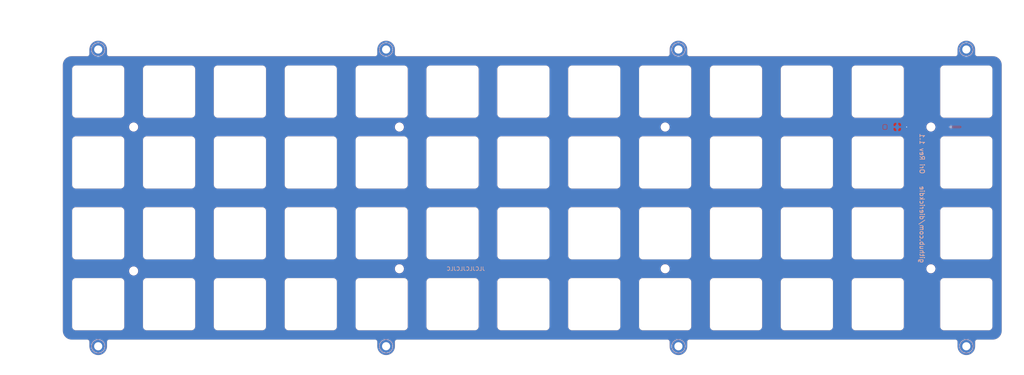
<source format=kicad_pcb>
(kicad_pcb (version 20171130) (host pcbnew "(5.1.10-1-10_14)")
  (layers (0 F.Cu signal) (31 B.Cu signal) (34 B.Paste user) (35 F.Paste user) (36 B.SilkS user) (37 F.SilkS user) (38 B.Mask user) (39 F.Mask user) (44 Edge.Cuts user))
  (net 0 "")
  (net 1 GND)
  (net 2 GND1)
  (net 3 "Net-(D2-Pad1)")
  (module Keeb_footprints:MX100_cutout_plated (layer F.Cu) (at 308.37317 107.1567)
    (fp_text reference U45)
    (fp_text value HOLE)
    (fp_line (start -6 7) (end 6 7) (layer Edge.Cuts) (width 0.05))
    (fp_line (start 7 -6) (end 7 6) (layer Edge.Cuts) (width 0.05))
    (fp_line (start -6 -7) (end 6 -7) (layer Edge.Cuts) (width 0.05))
    (fp_line (start -7 6) (end -7 -6) (layer Edge.Cuts) (width 0.05))
    (fp_arc (start -6 -6) (end -6 -7) (angle -90) (layer Edge.Cuts) (width 0.05))
    (fp_arc (start 6 6) (end 6 7) (angle -90) (layer Edge.Cuts) (width 0.05))
    (fp_arc (start 6 -6) (end 7 -6) (angle -90) (layer Edge.Cuts) (width 0.05))
    (fp_arc (start -6 6) (end -7 6) (angle -90) (layer Edge.Cuts) (width 0.05))
  )
  (module Keeb_footprints:MX100_cutout_plated (layer F.Cu) (at 155.97253 50.00646)
    (fp_text reference U1)
    (fp_text value HOLE)
    (fp_line (start -6 7) (end 6 7) (layer Edge.Cuts) (width 0.05))
    (fp_line (start 7 -6) (end 7 6) (layer Edge.Cuts) (width 0.05))
    (fp_line (start -6 -7) (end 6 -7) (layer Edge.Cuts) (width 0.05))
    (fp_line (start -7 6) (end -7 -6) (layer Edge.Cuts) (width 0.05))
    (fp_arc (start -6 -6) (end -6 -7) (angle -90) (layer Edge.Cuts) (width 0.05))
    (fp_arc (start 6 6) (end 6 7) (angle -90) (layer Edge.Cuts) (width 0.05))
    (fp_arc (start 6 -6) (end 7 -6) (angle -90) (layer Edge.Cuts) (width 0.05))
    (fp_arc (start -6 6) (end -7 6) (angle -90) (layer Edge.Cuts) (width 0.05))
  )
  (module Keeb_footprints:MX100_cutout_plated (layer F.Cu) (at 389.33601 107.1567)
    (fp_text reference U52)
    (fp_text value HOLE)
    (fp_line (start -6 7) (end 6 7) (layer Edge.Cuts) (width 0.05))
    (fp_line (start 7 -6) (end 7 6) (layer Edge.Cuts) (width 0.05))
    (fp_line (start -6 -7) (end 6 -7) (layer Edge.Cuts) (width 0.05))
    (fp_line (start -7 6) (end -7 -6) (layer Edge.Cuts) (width 0.05))
    (fp_arc (start -6 -6) (end -6 -7) (angle -90) (layer Edge.Cuts) (width 0.05))
    (fp_arc (start 6 6) (end 6 7) (angle -90) (layer Edge.Cuts) (width 0.05))
    (fp_arc (start 6 -6) (end 7 -6) (angle -90) (layer Edge.Cuts) (width 0.05))
    (fp_arc (start -6 6) (end -7 6) (angle -90) (layer Edge.Cuts) (width 0.05))
  )
  (module Keeb_footprints:MX100_cutout_plated (layer F.Cu) (at 389.33589 88.106428)
    (fp_text reference U51)
    (fp_text value HOLE)
    (fp_line (start -6 7) (end 6 7) (layer Edge.Cuts) (width 0.05))
    (fp_line (start 7 -6) (end 7 6) (layer Edge.Cuts) (width 0.05))
    (fp_line (start -6 -7) (end 6 -7) (layer Edge.Cuts) (width 0.05))
    (fp_line (start -7 6) (end -7 -6) (layer Edge.Cuts) (width 0.05))
    (fp_arc (start -6 -6) (end -6 -7) (angle -90) (layer Edge.Cuts) (width 0.05))
    (fp_arc (start 6 6) (end 6 7) (angle -90) (layer Edge.Cuts) (width 0.05))
    (fp_arc (start 6 -6) (end 7 -6) (angle -90) (layer Edge.Cuts) (width 0.05))
    (fp_arc (start -6 6) (end -7 6) (angle -90) (layer Edge.Cuts) (width 0.05))
  )
  (module Keeb_footprints:MX100_cutout_plated (layer F.Cu) (at 389.33589 69.056444)
    (fp_text reference U50)
    (fp_text value HOLE)
    (fp_line (start -6 7) (end 6 7) (layer Edge.Cuts) (width 0.05))
    (fp_line (start 7 -6) (end 7 6) (layer Edge.Cuts) (width 0.05))
    (fp_line (start -6 -7) (end 6 -7) (layer Edge.Cuts) (width 0.05))
    (fp_line (start -7 6) (end -7 -6) (layer Edge.Cuts) (width 0.05))
    (fp_arc (start -6 -6) (end -6 -7) (angle -90) (layer Edge.Cuts) (width 0.05))
    (fp_arc (start 6 6) (end 6 7) (angle -90) (layer Edge.Cuts) (width 0.05))
    (fp_arc (start 6 -6) (end 7 -6) (angle -90) (layer Edge.Cuts) (width 0.05))
    (fp_arc (start -6 6) (end -7 6) (angle -90) (layer Edge.Cuts) (width 0.05))
  )
  (module Keeb_footprints:MX100_cutout_plated (layer F.Cu) (at 389.33601 50.00646)
    (fp_text reference U49)
    (fp_text value HOLE)
    (fp_line (start -6 7) (end 6 7) (layer Edge.Cuts) (width 0.05))
    (fp_line (start 7 -6) (end 7 6) (layer Edge.Cuts) (width 0.05))
    (fp_line (start -6 -7) (end 6 -7) (layer Edge.Cuts) (width 0.05))
    (fp_line (start -7 6) (end -7 -6) (layer Edge.Cuts) (width 0.05))
    (fp_arc (start -6 -6) (end -6 -7) (angle -90) (layer Edge.Cuts) (width 0.05))
    (fp_arc (start 6 6) (end 6 7) (angle -90) (layer Edge.Cuts) (width 0.05))
    (fp_arc (start 6 -6) (end 7 -6) (angle -90) (layer Edge.Cuts) (width 0.05))
    (fp_arc (start -6 6) (end -7 6) (angle -90) (layer Edge.Cuts) (width 0.05))
  )
  (module Keeb_footprints:MX100_cutout_plated (layer F.Cu) (at 365.52341 107.1567)
    (fp_text reference U48)
    (fp_text value HOLE)
    (fp_line (start -6 7) (end 6 7) (layer Edge.Cuts) (width 0.05))
    (fp_line (start 7 -6) (end 7 6) (layer Edge.Cuts) (width 0.05))
    (fp_line (start -6 -7) (end 6 -7) (layer Edge.Cuts) (width 0.05))
    (fp_line (start -7 6) (end -7 -6) (layer Edge.Cuts) (width 0.05))
    (fp_arc (start -6 -6) (end -6 -7) (angle -90) (layer Edge.Cuts) (width 0.05))
    (fp_arc (start 6 6) (end 6 7) (angle -90) (layer Edge.Cuts) (width 0.05))
    (fp_arc (start 6 -6) (end 7 -6) (angle -90) (layer Edge.Cuts) (width 0.05))
    (fp_arc (start -6 6) (end -7 6) (angle -90) (layer Edge.Cuts) (width 0.05))
  )
  (module Keeb_footprints:MX100_cutout_plated (layer F.Cu) (at 346.47333 107.16)
    (fp_text reference U47)
    (fp_text value HOLE)
    (fp_line (start -6 7) (end 6 7) (layer Edge.Cuts) (width 0.05))
    (fp_line (start 7 -6) (end 7 6) (layer Edge.Cuts) (width 0.05))
    (fp_line (start -6 -7) (end 6 -7) (layer Edge.Cuts) (width 0.05))
    (fp_line (start -7 6) (end -7 -6) (layer Edge.Cuts) (width 0.05))
    (fp_arc (start -6 -6) (end -6 -7) (angle -90) (layer Edge.Cuts) (width 0.05))
    (fp_arc (start 6 6) (end 6 7) (angle -90) (layer Edge.Cuts) (width 0.05))
    (fp_arc (start 6 -6) (end 7 -6) (angle -90) (layer Edge.Cuts) (width 0.05))
    (fp_arc (start -6 6) (end -7 6) (angle -90) (layer Edge.Cuts) (width 0.05))
  )
  (module Keeb_footprints:MX100_cutout_plated (layer F.Cu) (at 327.42325 107.1567)
    (fp_text reference U46)
    (fp_text value HOLE)
    (fp_line (start -6 7) (end 6 7) (layer Edge.Cuts) (width 0.05))
    (fp_line (start 7 -6) (end 7 6) (layer Edge.Cuts) (width 0.05))
    (fp_line (start -6 -7) (end 6 -7) (layer Edge.Cuts) (width 0.05))
    (fp_line (start -7 6) (end -7 -6) (layer Edge.Cuts) (width 0.05))
    (fp_arc (start -6 -6) (end -6 -7) (angle -90) (layer Edge.Cuts) (width 0.05))
    (fp_arc (start 6 6) (end 6 7) (angle -90) (layer Edge.Cuts) (width 0.05))
    (fp_arc (start 6 -6) (end 7 -6) (angle -90) (layer Edge.Cuts) (width 0.05))
    (fp_arc (start -6 6) (end -7 6) (angle -90) (layer Edge.Cuts) (width 0.05))
  )
  (module Keeb_footprints:MX100_cutout_plated (layer F.Cu) (at 289.32309 107.1567)
    (fp_text reference U44)
    (fp_text value HOLE)
    (fp_line (start -6 7) (end 6 7) (layer Edge.Cuts) (width 0.05))
    (fp_line (start 7 -6) (end 7 6) (layer Edge.Cuts) (width 0.05))
    (fp_line (start -6 -7) (end 6 -7) (layer Edge.Cuts) (width 0.05))
    (fp_line (start -7 6) (end -7 -6) (layer Edge.Cuts) (width 0.05))
    (fp_arc (start -6 -6) (end -6 -7) (angle -90) (layer Edge.Cuts) (width 0.05))
    (fp_arc (start 6 6) (end 6 7) (angle -90) (layer Edge.Cuts) (width 0.05))
    (fp_arc (start 6 -6) (end 7 -6) (angle -90) (layer Edge.Cuts) (width 0.05))
    (fp_arc (start -6 6) (end -7 6) (angle -90) (layer Edge.Cuts) (width 0.05))
  )
  (module Keeb_footprints:MX100_cutout_plated (layer F.Cu) (at 270.27301 107.1567)
    (fp_text reference U43)
    (fp_text value HOLE)
    (fp_line (start -6 7) (end 6 7) (layer Edge.Cuts) (width 0.05))
    (fp_line (start 7 -6) (end 7 6) (layer Edge.Cuts) (width 0.05))
    (fp_line (start -6 -7) (end 6 -7) (layer Edge.Cuts) (width 0.05))
    (fp_line (start -7 6) (end -7 -6) (layer Edge.Cuts) (width 0.05))
    (fp_arc (start -6 -6) (end -6 -7) (angle -90) (layer Edge.Cuts) (width 0.05))
    (fp_arc (start 6 6) (end 6 7) (angle -90) (layer Edge.Cuts) (width 0.05))
    (fp_arc (start 6 -6) (end 7 -6) (angle -90) (layer Edge.Cuts) (width 0.05))
    (fp_arc (start -6 6) (end -7 6) (angle -90) (layer Edge.Cuts) (width 0.05))
  )
  (module Keeb_footprints:MX100_cutout_plated (layer F.Cu) (at 251.22293 107.1567)
    (fp_text reference U42)
    (fp_text value HOLE)
    (fp_line (start -6 7) (end 6 7) (layer Edge.Cuts) (width 0.05))
    (fp_line (start 7 -6) (end 7 6) (layer Edge.Cuts) (width 0.05))
    (fp_line (start -6 -7) (end 6 -7) (layer Edge.Cuts) (width 0.05))
    (fp_line (start -7 6) (end -7 -6) (layer Edge.Cuts) (width 0.05))
    (fp_arc (start -6 -6) (end -6 -7) (angle -90) (layer Edge.Cuts) (width 0.05))
    (fp_arc (start 6 6) (end 6 7) (angle -90) (layer Edge.Cuts) (width 0.05))
    (fp_arc (start 6 -6) (end 7 -6) (angle -90) (layer Edge.Cuts) (width 0.05))
    (fp_arc (start -6 6) (end -7 6) (angle -90) (layer Edge.Cuts) (width 0.05))
  )
  (module Keeb_footprints:MX100_cutout_plated (layer F.Cu) (at 232.17285 107.1567)
    (fp_text reference U41)
    (fp_text value HOLE)
    (fp_line (start -6 7) (end 6 7) (layer Edge.Cuts) (width 0.05))
    (fp_line (start 7 -6) (end 7 6) (layer Edge.Cuts) (width 0.05))
    (fp_line (start -6 -7) (end 6 -7) (layer Edge.Cuts) (width 0.05))
    (fp_line (start -7 6) (end -7 -6) (layer Edge.Cuts) (width 0.05))
    (fp_arc (start -6 -6) (end -6 -7) (angle -90) (layer Edge.Cuts) (width 0.05))
    (fp_arc (start 6 6) (end 6 7) (angle -90) (layer Edge.Cuts) (width 0.05))
    (fp_arc (start 6 -6) (end 7 -6) (angle -90) (layer Edge.Cuts) (width 0.05))
    (fp_arc (start -6 6) (end -7 6) (angle -90) (layer Edge.Cuts) (width 0.05))
  )
  (module Keeb_footprints:MX100_cutout_plated (layer F.Cu) (at 213.12277 107.1567)
    (fp_text reference U40)
    (fp_text value HOLE)
    (fp_line (start -6 7) (end 6 7) (layer Edge.Cuts) (width 0.05))
    (fp_line (start 7 -6) (end 7 6) (layer Edge.Cuts) (width 0.05))
    (fp_line (start -6 -7) (end 6 -7) (layer Edge.Cuts) (width 0.05))
    (fp_line (start -7 6) (end -7 -6) (layer Edge.Cuts) (width 0.05))
    (fp_arc (start -6 -6) (end -6 -7) (angle -90) (layer Edge.Cuts) (width 0.05))
    (fp_arc (start 6 6) (end 6 7) (angle -90) (layer Edge.Cuts) (width 0.05))
    (fp_arc (start 6 -6) (end 7 -6) (angle -90) (layer Edge.Cuts) (width 0.05))
    (fp_arc (start -6 6) (end -7 6) (angle -90) (layer Edge.Cuts) (width 0.05))
  )
  (module Keeb_footprints:MX100_cutout_plated (layer F.Cu) (at 194.07269 107.1567)
    (fp_text reference U39)
    (fp_text value HOLE)
    (fp_line (start -6 7) (end 6 7) (layer Edge.Cuts) (width 0.05))
    (fp_line (start 7 -6) (end 7 6) (layer Edge.Cuts) (width 0.05))
    (fp_line (start -6 -7) (end 6 -7) (layer Edge.Cuts) (width 0.05))
    (fp_line (start -7 6) (end -7 -6) (layer Edge.Cuts) (width 0.05))
    (fp_arc (start -6 -6) (end -6 -7) (angle -90) (layer Edge.Cuts) (width 0.05))
    (fp_arc (start 6 6) (end 6 7) (angle -90) (layer Edge.Cuts) (width 0.05))
    (fp_arc (start 6 -6) (end 7 -6) (angle -90) (layer Edge.Cuts) (width 0.05))
    (fp_arc (start -6 6) (end -7 6) (angle -90) (layer Edge.Cuts) (width 0.05))
  )
  (module Keeb_footprints:MX100_cutout_plated (layer F.Cu) (at 175.02261 107.1567)
    (fp_text reference U38)
    (fp_text value HOLE)
    (fp_line (start -6 7) (end 6 7) (layer Edge.Cuts) (width 0.05))
    (fp_line (start 7 -6) (end 7 6) (layer Edge.Cuts) (width 0.05))
    (fp_line (start -6 -7) (end 6 -7) (layer Edge.Cuts) (width 0.05))
    (fp_line (start -7 6) (end -7 -6) (layer Edge.Cuts) (width 0.05))
    (fp_arc (start -6 -6) (end -6 -7) (angle -90) (layer Edge.Cuts) (width 0.05))
    (fp_arc (start 6 6) (end 6 7) (angle -90) (layer Edge.Cuts) (width 0.05))
    (fp_arc (start 6 -6) (end 7 -6) (angle -90) (layer Edge.Cuts) (width 0.05))
    (fp_arc (start -6 6) (end -7 6) (angle -90) (layer Edge.Cuts) (width 0.05))
  )
  (module Keeb_footprints:MX100_cutout_plated (layer F.Cu) (at 155.97253 107.1567)
    (fp_text reference U37)
    (fp_text value HOLE)
    (fp_line (start -6 7) (end 6 7) (layer Edge.Cuts) (width 0.05))
    (fp_line (start 7 -6) (end 7 6) (layer Edge.Cuts) (width 0.05))
    (fp_line (start -6 -7) (end 6 -7) (layer Edge.Cuts) (width 0.05))
    (fp_line (start -7 6) (end -7 -6) (layer Edge.Cuts) (width 0.05))
    (fp_arc (start -6 -6) (end -6 -7) (angle -90) (layer Edge.Cuts) (width 0.05))
    (fp_arc (start 6 6) (end 6 7) (angle -90) (layer Edge.Cuts) (width 0.05))
    (fp_arc (start 6 -6) (end 7 -6) (angle -90) (layer Edge.Cuts) (width 0.05))
    (fp_arc (start -6 6) (end -7 6) (angle -90) (layer Edge.Cuts) (width 0.05))
  )
  (module Keeb_footprints:MX100_cutout_plated (layer F.Cu) (at 365.52341 88.10662)
    (fp_text reference U36)
    (fp_text value HOLE)
    (fp_line (start -6 7) (end 6 7) (layer Edge.Cuts) (width 0.05))
    (fp_line (start 7 -6) (end 7 6) (layer Edge.Cuts) (width 0.05))
    (fp_line (start -6 -7) (end 6 -7) (layer Edge.Cuts) (width 0.05))
    (fp_line (start -7 6) (end -7 -6) (layer Edge.Cuts) (width 0.05))
    (fp_arc (start -6 -6) (end -6 -7) (angle -90) (layer Edge.Cuts) (width 0.05))
    (fp_arc (start 6 6) (end 6 7) (angle -90) (layer Edge.Cuts) (width 0.05))
    (fp_arc (start 6 -6) (end 7 -6) (angle -90) (layer Edge.Cuts) (width 0.05))
    (fp_arc (start -6 6) (end -7 6) (angle -90) (layer Edge.Cuts) (width 0.05))
  )
  (module Keeb_footprints:MX100_cutout_plated (layer F.Cu) (at 346.47333 88.10662)
    (fp_text reference U35)
    (fp_text value HOLE)
    (fp_line (start -6 7) (end 6 7) (layer Edge.Cuts) (width 0.05))
    (fp_line (start 7 -6) (end 7 6) (layer Edge.Cuts) (width 0.05))
    (fp_line (start -6 -7) (end 6 -7) (layer Edge.Cuts) (width 0.05))
    (fp_line (start -7 6) (end -7 -6) (layer Edge.Cuts) (width 0.05))
    (fp_arc (start -6 -6) (end -6 -7) (angle -90) (layer Edge.Cuts) (width 0.05))
    (fp_arc (start 6 6) (end 6 7) (angle -90) (layer Edge.Cuts) (width 0.05))
    (fp_arc (start 6 -6) (end 7 -6) (angle -90) (layer Edge.Cuts) (width 0.05))
    (fp_arc (start -6 6) (end -7 6) (angle -90) (layer Edge.Cuts) (width 0.05))
  )
  (module Keeb_footprints:MX100_cutout_plated (layer F.Cu) (at 327.42325 88.10662)
    (fp_text reference U34)
    (fp_text value HOLE)
    (fp_line (start -6 7) (end 6 7) (layer Edge.Cuts) (width 0.05))
    (fp_line (start 7 -6) (end 7 6) (layer Edge.Cuts) (width 0.05))
    (fp_line (start -6 -7) (end 6 -7) (layer Edge.Cuts) (width 0.05))
    (fp_line (start -7 6) (end -7 -6) (layer Edge.Cuts) (width 0.05))
    (fp_arc (start -6 -6) (end -6 -7) (angle -90) (layer Edge.Cuts) (width 0.05))
    (fp_arc (start 6 6) (end 6 7) (angle -90) (layer Edge.Cuts) (width 0.05))
    (fp_arc (start 6 -6) (end 7 -6) (angle -90) (layer Edge.Cuts) (width 0.05))
    (fp_arc (start -6 6) (end -7 6) (angle -90) (layer Edge.Cuts) (width 0.05))
  )
  (module Keeb_footprints:MX100_cutout_plated (layer F.Cu) (at 308.37317 88.10662)
    (fp_text reference U33)
    (fp_text value HOLE)
    (fp_line (start -6 7) (end 6 7) (layer Edge.Cuts) (width 0.05))
    (fp_line (start 7 -6) (end 7 6) (layer Edge.Cuts) (width 0.05))
    (fp_line (start -6 -7) (end 6 -7) (layer Edge.Cuts) (width 0.05))
    (fp_line (start -7 6) (end -7 -6) (layer Edge.Cuts) (width 0.05))
    (fp_arc (start -6 -6) (end -6 -7) (angle -90) (layer Edge.Cuts) (width 0.05))
    (fp_arc (start 6 6) (end 6 7) (angle -90) (layer Edge.Cuts) (width 0.05))
    (fp_arc (start 6 -6) (end 7 -6) (angle -90) (layer Edge.Cuts) (width 0.05))
    (fp_arc (start -6 6) (end -7 6) (angle -90) (layer Edge.Cuts) (width 0.05))
  )
  (module Keeb_footprints:MX100_cutout_plated (layer F.Cu) (at 289.32309 88.10662)
    (fp_text reference U32)
    (fp_text value HOLE)
    (fp_line (start -6 7) (end 6 7) (layer Edge.Cuts) (width 0.05))
    (fp_line (start 7 -6) (end 7 6) (layer Edge.Cuts) (width 0.05))
    (fp_line (start -6 -7) (end 6 -7) (layer Edge.Cuts) (width 0.05))
    (fp_line (start -7 6) (end -7 -6) (layer Edge.Cuts) (width 0.05))
    (fp_arc (start -6 -6) (end -6 -7) (angle -90) (layer Edge.Cuts) (width 0.05))
    (fp_arc (start 6 6) (end 6 7) (angle -90) (layer Edge.Cuts) (width 0.05))
    (fp_arc (start 6 -6) (end 7 -6) (angle -90) (layer Edge.Cuts) (width 0.05))
    (fp_arc (start -6 6) (end -7 6) (angle -90) (layer Edge.Cuts) (width 0.05))
  )
  (module Keeb_footprints:MX100_cutout_plated (layer F.Cu) (at 270.27301 88.10662)
    (fp_text reference U31)
    (fp_text value HOLE)
    (fp_line (start -6 7) (end 6 7) (layer Edge.Cuts) (width 0.05))
    (fp_line (start 7 -6) (end 7 6) (layer Edge.Cuts) (width 0.05))
    (fp_line (start -6 -7) (end 6 -7) (layer Edge.Cuts) (width 0.05))
    (fp_line (start -7 6) (end -7 -6) (layer Edge.Cuts) (width 0.05))
    (fp_arc (start -6 -6) (end -6 -7) (angle -90) (layer Edge.Cuts) (width 0.05))
    (fp_arc (start 6 6) (end 6 7) (angle -90) (layer Edge.Cuts) (width 0.05))
    (fp_arc (start 6 -6) (end 7 -6) (angle -90) (layer Edge.Cuts) (width 0.05))
    (fp_arc (start -6 6) (end -7 6) (angle -90) (layer Edge.Cuts) (width 0.05))
  )
  (module Keeb_footprints:MX100_cutout_plated (layer F.Cu) (at 251.22293 88.10662)
    (fp_text reference U30)
    (fp_text value HOLE)
    (fp_line (start -6 7) (end 6 7) (layer Edge.Cuts) (width 0.05))
    (fp_line (start 7 -6) (end 7 6) (layer Edge.Cuts) (width 0.05))
    (fp_line (start -6 -7) (end 6 -7) (layer Edge.Cuts) (width 0.05))
    (fp_line (start -7 6) (end -7 -6) (layer Edge.Cuts) (width 0.05))
    (fp_arc (start -6 -6) (end -6 -7) (angle -90) (layer Edge.Cuts) (width 0.05))
    (fp_arc (start 6 6) (end 6 7) (angle -90) (layer Edge.Cuts) (width 0.05))
    (fp_arc (start 6 -6) (end 7 -6) (angle -90) (layer Edge.Cuts) (width 0.05))
    (fp_arc (start -6 6) (end -7 6) (angle -90) (layer Edge.Cuts) (width 0.05))
  )
  (module Keeb_footprints:MX100_cutout_plated (layer F.Cu) (at 232.17285 88.10662)
    (fp_text reference U29)
    (fp_text value HOLE)
    (fp_line (start -6 7) (end 6 7) (layer Edge.Cuts) (width 0.05))
    (fp_line (start 7 -6) (end 7 6) (layer Edge.Cuts) (width 0.05))
    (fp_line (start -6 -7) (end 6 -7) (layer Edge.Cuts) (width 0.05))
    (fp_line (start -7 6) (end -7 -6) (layer Edge.Cuts) (width 0.05))
    (fp_arc (start -6 -6) (end -6 -7) (angle -90) (layer Edge.Cuts) (width 0.05))
    (fp_arc (start 6 6) (end 6 7) (angle -90) (layer Edge.Cuts) (width 0.05))
    (fp_arc (start 6 -6) (end 7 -6) (angle -90) (layer Edge.Cuts) (width 0.05))
    (fp_arc (start -6 6) (end -7 6) (angle -90) (layer Edge.Cuts) (width 0.05))
  )
  (module Keeb_footprints:MX100_cutout_plated (layer F.Cu) (at 213.12277 88.10662)
    (fp_text reference U28)
    (fp_text value HOLE)
    (fp_line (start -6 7) (end 6 7) (layer Edge.Cuts) (width 0.05))
    (fp_line (start 7 -6) (end 7 6) (layer Edge.Cuts) (width 0.05))
    (fp_line (start -6 -7) (end 6 -7) (layer Edge.Cuts) (width 0.05))
    (fp_line (start -7 6) (end -7 -6) (layer Edge.Cuts) (width 0.05))
    (fp_arc (start -6 -6) (end -6 -7) (angle -90) (layer Edge.Cuts) (width 0.05))
    (fp_arc (start 6 6) (end 6 7) (angle -90) (layer Edge.Cuts) (width 0.05))
    (fp_arc (start 6 -6) (end 7 -6) (angle -90) (layer Edge.Cuts) (width 0.05))
    (fp_arc (start -6 6) (end -7 6) (angle -90) (layer Edge.Cuts) (width 0.05))
  )
  (module Keeb_footprints:MX100_cutout_plated (layer F.Cu) (at 194.07269 88.10662)
    (fp_text reference U27)
    (fp_text value HOLE)
    (fp_line (start -6 7) (end 6 7) (layer Edge.Cuts) (width 0.05))
    (fp_line (start 7 -6) (end 7 6) (layer Edge.Cuts) (width 0.05))
    (fp_line (start -6 -7) (end 6 -7) (layer Edge.Cuts) (width 0.05))
    (fp_line (start -7 6) (end -7 -6) (layer Edge.Cuts) (width 0.05))
    (fp_arc (start -6 -6) (end -6 -7) (angle -90) (layer Edge.Cuts) (width 0.05))
    (fp_arc (start 6 6) (end 6 7) (angle -90) (layer Edge.Cuts) (width 0.05))
    (fp_arc (start 6 -6) (end 7 -6) (angle -90) (layer Edge.Cuts) (width 0.05))
    (fp_arc (start -6 6) (end -7 6) (angle -90) (layer Edge.Cuts) (width 0.05))
  )
  (module Keeb_footprints:MX100_cutout_plated (layer F.Cu) (at 175.02261 88.10662)
    (fp_text reference U26)
    (fp_text value HOLE)
    (fp_line (start -6 7) (end 6 7) (layer Edge.Cuts) (width 0.05))
    (fp_line (start 7 -6) (end 7 6) (layer Edge.Cuts) (width 0.05))
    (fp_line (start -6 -7) (end 6 -7) (layer Edge.Cuts) (width 0.05))
    (fp_line (start -7 6) (end -7 -6) (layer Edge.Cuts) (width 0.05))
    (fp_arc (start -6 -6) (end -6 -7) (angle -90) (layer Edge.Cuts) (width 0.05))
    (fp_arc (start 6 6) (end 6 7) (angle -90) (layer Edge.Cuts) (width 0.05))
    (fp_arc (start 6 -6) (end 7 -6) (angle -90) (layer Edge.Cuts) (width 0.05))
    (fp_arc (start -6 6) (end -7 6) (angle -90) (layer Edge.Cuts) (width 0.05))
  )
  (module Keeb_footprints:MX100_cutout_plated (layer F.Cu) (at 155.97253 88.10662)
    (fp_text reference U25)
    (fp_text value HOLE)
    (fp_line (start -6 7) (end 6 7) (layer Edge.Cuts) (width 0.05))
    (fp_line (start 7 -6) (end 7 6) (layer Edge.Cuts) (width 0.05))
    (fp_line (start -6 -7) (end 6 -7) (layer Edge.Cuts) (width 0.05))
    (fp_line (start -7 6) (end -7 -6) (layer Edge.Cuts) (width 0.05))
    (fp_arc (start -6 -6) (end -6 -7) (angle -90) (layer Edge.Cuts) (width 0.05))
    (fp_arc (start 6 6) (end 6 7) (angle -90) (layer Edge.Cuts) (width 0.05))
    (fp_arc (start 6 -6) (end 7 -6) (angle -90) (layer Edge.Cuts) (width 0.05))
    (fp_arc (start -6 6) (end -7 6) (angle -90) (layer Edge.Cuts) (width 0.05))
  )
  (module Keeb_footprints:MX100_cutout_plated (layer F.Cu) (at 365.52341 69.05654)
    (fp_text reference U24)
    (fp_text value HOLE)
    (fp_line (start -6 7) (end 6 7) (layer Edge.Cuts) (width 0.05))
    (fp_line (start 7 -6) (end 7 6) (layer Edge.Cuts) (width 0.05))
    (fp_line (start -6 -7) (end 6 -7) (layer Edge.Cuts) (width 0.05))
    (fp_line (start -7 6) (end -7 -6) (layer Edge.Cuts) (width 0.05))
    (fp_arc (start -6 -6) (end -6 -7) (angle -90) (layer Edge.Cuts) (width 0.05))
    (fp_arc (start 6 6) (end 6 7) (angle -90) (layer Edge.Cuts) (width 0.05))
    (fp_arc (start 6 -6) (end 7 -6) (angle -90) (layer Edge.Cuts) (width 0.05))
    (fp_arc (start -6 6) (end -7 6) (angle -90) (layer Edge.Cuts) (width 0.05))
  )
  (module Keeb_footprints:MX100_cutout_plated (layer F.Cu) (at 346.47333 69.05654)
    (fp_text reference U23)
    (fp_text value HOLE)
    (fp_line (start -6 7) (end 6 7) (layer Edge.Cuts) (width 0.05))
    (fp_line (start 7 -6) (end 7 6) (layer Edge.Cuts) (width 0.05))
    (fp_line (start -6 -7) (end 6 -7) (layer Edge.Cuts) (width 0.05))
    (fp_line (start -7 6) (end -7 -6) (layer Edge.Cuts) (width 0.05))
    (fp_arc (start -6 -6) (end -6 -7) (angle -90) (layer Edge.Cuts) (width 0.05))
    (fp_arc (start 6 6) (end 6 7) (angle -90) (layer Edge.Cuts) (width 0.05))
    (fp_arc (start 6 -6) (end 7 -6) (angle -90) (layer Edge.Cuts) (width 0.05))
    (fp_arc (start -6 6) (end -7 6) (angle -90) (layer Edge.Cuts) (width 0.05))
  )
  (module Keeb_footprints:MX100_cutout_plated (layer F.Cu) (at 327.42325 69.05654)
    (fp_text reference U22)
    (fp_text value HOLE)
    (fp_line (start -6 7) (end 6 7) (layer Edge.Cuts) (width 0.05))
    (fp_line (start 7 -6) (end 7 6) (layer Edge.Cuts) (width 0.05))
    (fp_line (start -6 -7) (end 6 -7) (layer Edge.Cuts) (width 0.05))
    (fp_line (start -7 6) (end -7 -6) (layer Edge.Cuts) (width 0.05))
    (fp_arc (start -6 -6) (end -6 -7) (angle -90) (layer Edge.Cuts) (width 0.05))
    (fp_arc (start 6 6) (end 6 7) (angle -90) (layer Edge.Cuts) (width 0.05))
    (fp_arc (start 6 -6) (end 7 -6) (angle -90) (layer Edge.Cuts) (width 0.05))
    (fp_arc (start -6 6) (end -7 6) (angle -90) (layer Edge.Cuts) (width 0.05))
  )
  (module Keeb_footprints:MX100_cutout_plated (layer F.Cu) (at 308.37317 69.05654)
    (fp_text reference U21)
    (fp_text value HOLE)
    (fp_line (start -6 7) (end 6 7) (layer Edge.Cuts) (width 0.05))
    (fp_line (start 7 -6) (end 7 6) (layer Edge.Cuts) (width 0.05))
    (fp_line (start -6 -7) (end 6 -7) (layer Edge.Cuts) (width 0.05))
    (fp_line (start -7 6) (end -7 -6) (layer Edge.Cuts) (width 0.05))
    (fp_arc (start -6 -6) (end -6 -7) (angle -90) (layer Edge.Cuts) (width 0.05))
    (fp_arc (start 6 6) (end 6 7) (angle -90) (layer Edge.Cuts) (width 0.05))
    (fp_arc (start 6 -6) (end 7 -6) (angle -90) (layer Edge.Cuts) (width 0.05))
    (fp_arc (start -6 6) (end -7 6) (angle -90) (layer Edge.Cuts) (width 0.05))
  )
  (module Keeb_footprints:MX100_cutout_plated (layer F.Cu) (at 289.32309 69.05654)
    (fp_text reference U20)
    (fp_text value HOLE)
    (fp_line (start -6 7) (end 6 7) (layer Edge.Cuts) (width 0.05))
    (fp_line (start 7 -6) (end 7 6) (layer Edge.Cuts) (width 0.05))
    (fp_line (start -6 -7) (end 6 -7) (layer Edge.Cuts) (width 0.05))
    (fp_line (start -7 6) (end -7 -6) (layer Edge.Cuts) (width 0.05))
    (fp_arc (start -6 -6) (end -6 -7) (angle -90) (layer Edge.Cuts) (width 0.05))
    (fp_arc (start 6 6) (end 6 7) (angle -90) (layer Edge.Cuts) (width 0.05))
    (fp_arc (start 6 -6) (end 7 -6) (angle -90) (layer Edge.Cuts) (width 0.05))
    (fp_arc (start -6 6) (end -7 6) (angle -90) (layer Edge.Cuts) (width 0.05))
  )
  (module Keeb_footprints:MX100_cutout_plated (layer F.Cu) (at 270.27301 69.05654)
    (fp_text reference U19)
    (fp_text value HOLE)
    (fp_line (start -6 7) (end 6 7) (layer Edge.Cuts) (width 0.05))
    (fp_line (start 7 -6) (end 7 6) (layer Edge.Cuts) (width 0.05))
    (fp_line (start -6 -7) (end 6 -7) (layer Edge.Cuts) (width 0.05))
    (fp_line (start -7 6) (end -7 -6) (layer Edge.Cuts) (width 0.05))
    (fp_arc (start -6 -6) (end -6 -7) (angle -90) (layer Edge.Cuts) (width 0.05))
    (fp_arc (start 6 6) (end 6 7) (angle -90) (layer Edge.Cuts) (width 0.05))
    (fp_arc (start 6 -6) (end 7 -6) (angle -90) (layer Edge.Cuts) (width 0.05))
    (fp_arc (start -6 6) (end -7 6) (angle -90) (layer Edge.Cuts) (width 0.05))
  )
  (module Keeb_footprints:MX100_cutout_plated (layer F.Cu) (at 251.22293 69.05654)
    (fp_text reference U18)
    (fp_text value HOLE)
    (fp_line (start -6 7) (end 6 7) (layer Edge.Cuts) (width 0.05))
    (fp_line (start 7 -6) (end 7 6) (layer Edge.Cuts) (width 0.05))
    (fp_line (start -6 -7) (end 6 -7) (layer Edge.Cuts) (width 0.05))
    (fp_line (start -7 6) (end -7 -6) (layer Edge.Cuts) (width 0.05))
    (fp_arc (start -6 -6) (end -6 -7) (angle -90) (layer Edge.Cuts) (width 0.05))
    (fp_arc (start 6 6) (end 6 7) (angle -90) (layer Edge.Cuts) (width 0.05))
    (fp_arc (start 6 -6) (end 7 -6) (angle -90) (layer Edge.Cuts) (width 0.05))
    (fp_arc (start -6 6) (end -7 6) (angle -90) (layer Edge.Cuts) (width 0.05))
  )
  (module Keeb_footprints:MX100_cutout_plated (layer F.Cu) (at 232.17285 69.05654)
    (fp_text reference U17)
    (fp_text value HOLE)
    (fp_line (start -6 7) (end 6 7) (layer Edge.Cuts) (width 0.05))
    (fp_line (start 7 -6) (end 7 6) (layer Edge.Cuts) (width 0.05))
    (fp_line (start -6 -7) (end 6 -7) (layer Edge.Cuts) (width 0.05))
    (fp_line (start -7 6) (end -7 -6) (layer Edge.Cuts) (width 0.05))
    (fp_arc (start -6 -6) (end -6 -7) (angle -90) (layer Edge.Cuts) (width 0.05))
    (fp_arc (start 6 6) (end 6 7) (angle -90) (layer Edge.Cuts) (width 0.05))
    (fp_arc (start 6 -6) (end 7 -6) (angle -90) (layer Edge.Cuts) (width 0.05))
    (fp_arc (start -6 6) (end -7 6) (angle -90) (layer Edge.Cuts) (width 0.05))
  )
  (module Keeb_footprints:MX100_cutout_plated (layer F.Cu) (at 213.12277 69.05654)
    (fp_text reference U16)
    (fp_text value HOLE)
    (fp_line (start -6 7) (end 6 7) (layer Edge.Cuts) (width 0.05))
    (fp_line (start 7 -6) (end 7 6) (layer Edge.Cuts) (width 0.05))
    (fp_line (start -6 -7) (end 6 -7) (layer Edge.Cuts) (width 0.05))
    (fp_line (start -7 6) (end -7 -6) (layer Edge.Cuts) (width 0.05))
    (fp_arc (start -6 -6) (end -6 -7) (angle -90) (layer Edge.Cuts) (width 0.05))
    (fp_arc (start 6 6) (end 6 7) (angle -90) (layer Edge.Cuts) (width 0.05))
    (fp_arc (start 6 -6) (end 7 -6) (angle -90) (layer Edge.Cuts) (width 0.05))
    (fp_arc (start -6 6) (end -7 6) (angle -90) (layer Edge.Cuts) (width 0.05))
  )
  (module Keeb_footprints:MX100_cutout_plated (layer F.Cu) (at 194.07269 69.05654)
    (fp_text reference U15)
    (fp_text value HOLE)
    (fp_line (start -6 7) (end 6 7) (layer Edge.Cuts) (width 0.05))
    (fp_line (start 7 -6) (end 7 6) (layer Edge.Cuts) (width 0.05))
    (fp_line (start -6 -7) (end 6 -7) (layer Edge.Cuts) (width 0.05))
    (fp_line (start -7 6) (end -7 -6) (layer Edge.Cuts) (width 0.05))
    (fp_arc (start -6 -6) (end -6 -7) (angle -90) (layer Edge.Cuts) (width 0.05))
    (fp_arc (start 6 6) (end 6 7) (angle -90) (layer Edge.Cuts) (width 0.05))
    (fp_arc (start 6 -6) (end 7 -6) (angle -90) (layer Edge.Cuts) (width 0.05))
    (fp_arc (start -6 6) (end -7 6) (angle -90) (layer Edge.Cuts) (width 0.05))
  )
  (module Keeb_footprints:MX100_cutout_plated (layer F.Cu) (at 175.02261 69.05654)
    (fp_text reference U14)
    (fp_text value HOLE)
    (fp_line (start -6 7) (end 6 7) (layer Edge.Cuts) (width 0.05))
    (fp_line (start 7 -6) (end 7 6) (layer Edge.Cuts) (width 0.05))
    (fp_line (start -6 -7) (end 6 -7) (layer Edge.Cuts) (width 0.05))
    (fp_line (start -7 6) (end -7 -6) (layer Edge.Cuts) (width 0.05))
    (fp_arc (start -6 -6) (end -6 -7) (angle -90) (layer Edge.Cuts) (width 0.05))
    (fp_arc (start 6 6) (end 6 7) (angle -90) (layer Edge.Cuts) (width 0.05))
    (fp_arc (start 6 -6) (end 7 -6) (angle -90) (layer Edge.Cuts) (width 0.05))
    (fp_arc (start -6 6) (end -7 6) (angle -90) (layer Edge.Cuts) (width 0.05))
  )
  (module Keeb_footprints:MX100_cutout_plated (layer F.Cu) (at 155.97253 69.05654)
    (fp_text reference U13)
    (fp_text value HOLE)
    (fp_line (start -6 7) (end 6 7) (layer Edge.Cuts) (width 0.05))
    (fp_line (start 7 -6) (end 7 6) (layer Edge.Cuts) (width 0.05))
    (fp_line (start -6 -7) (end 6 -7) (layer Edge.Cuts) (width 0.05))
    (fp_line (start -7 6) (end -7 -6) (layer Edge.Cuts) (width 0.05))
    (fp_arc (start -6 -6) (end -6 -7) (angle -90) (layer Edge.Cuts) (width 0.05))
    (fp_arc (start 6 6) (end 6 7) (angle -90) (layer Edge.Cuts) (width 0.05))
    (fp_arc (start 6 -6) (end 7 -6) (angle -90) (layer Edge.Cuts) (width 0.05))
    (fp_arc (start -6 6) (end -7 6) (angle -90) (layer Edge.Cuts) (width 0.05))
  )
  (module Keeb_footprints:MX100_cutout_plated (layer F.Cu) (at 365.52341 50.00646)
    (fp_text reference U12)
    (fp_text value HOLE)
    (fp_line (start -6 7) (end 6 7) (layer Edge.Cuts) (width 0.05))
    (fp_line (start 7 -6) (end 7 6) (layer Edge.Cuts) (width 0.05))
    (fp_line (start -6 -7) (end 6 -7) (layer Edge.Cuts) (width 0.05))
    (fp_line (start -7 6) (end -7 -6) (layer Edge.Cuts) (width 0.05))
    (fp_arc (start -6 -6) (end -6 -7) (angle -90) (layer Edge.Cuts) (width 0.05))
    (fp_arc (start 6 6) (end 6 7) (angle -90) (layer Edge.Cuts) (width 0.05))
    (fp_arc (start 6 -6) (end 7 -6) (angle -90) (layer Edge.Cuts) (width 0.05))
    (fp_arc (start -6 6) (end -7 6) (angle -90) (layer Edge.Cuts) (width 0.05))
  )
  (module Keeb_footprints:MX100_cutout_plated (layer F.Cu) (at 346.47333 50.00646)
    (fp_text reference U11)
    (fp_text value HOLE)
    (fp_line (start -6 7) (end 6 7) (layer Edge.Cuts) (width 0.05))
    (fp_line (start 7 -6) (end 7 6) (layer Edge.Cuts) (width 0.05))
    (fp_line (start -6 -7) (end 6 -7) (layer Edge.Cuts) (width 0.05))
    (fp_line (start -7 6) (end -7 -6) (layer Edge.Cuts) (width 0.05))
    (fp_arc (start -6 -6) (end -6 -7) (angle -90) (layer Edge.Cuts) (width 0.05))
    (fp_arc (start 6 6) (end 6 7) (angle -90) (layer Edge.Cuts) (width 0.05))
    (fp_arc (start 6 -6) (end 7 -6) (angle -90) (layer Edge.Cuts) (width 0.05))
    (fp_arc (start -6 6) (end -7 6) (angle -90) (layer Edge.Cuts) (width 0.05))
  )
  (module Keeb_footprints:MX100_cutout_plated (layer F.Cu) (at 327.42325 50.00646)
    (fp_text reference U10)
    (fp_text value HOLE)
    (fp_line (start -6 7) (end 6 7) (layer Edge.Cuts) (width 0.05))
    (fp_line (start 7 -6) (end 7 6) (layer Edge.Cuts) (width 0.05))
    (fp_line (start -6 -7) (end 6 -7) (layer Edge.Cuts) (width 0.05))
    (fp_line (start -7 6) (end -7 -6) (layer Edge.Cuts) (width 0.05))
    (fp_arc (start -6 -6) (end -6 -7) (angle -90) (layer Edge.Cuts) (width 0.05))
    (fp_arc (start 6 6) (end 6 7) (angle -90) (layer Edge.Cuts) (width 0.05))
    (fp_arc (start 6 -6) (end 7 -6) (angle -90) (layer Edge.Cuts) (width 0.05))
    (fp_arc (start -6 6) (end -7 6) (angle -90) (layer Edge.Cuts) (width 0.05))
  )
  (module Keeb_footprints:MX100_cutout_plated (layer F.Cu) (at 308.37317 50.00646)
    (fp_text reference U9)
    (fp_text value HOLE)
    (fp_line (start -6 7) (end 6 7) (layer Edge.Cuts) (width 0.05))
    (fp_line (start 7 -6) (end 7 6) (layer Edge.Cuts) (width 0.05))
    (fp_line (start -6 -7) (end 6 -7) (layer Edge.Cuts) (width 0.05))
    (fp_line (start -7 6) (end -7 -6) (layer Edge.Cuts) (width 0.05))
    (fp_arc (start -6 -6) (end -6 -7) (angle -90) (layer Edge.Cuts) (width 0.05))
    (fp_arc (start 6 6) (end 6 7) (angle -90) (layer Edge.Cuts) (width 0.05))
    (fp_arc (start 6 -6) (end 7 -6) (angle -90) (layer Edge.Cuts) (width 0.05))
    (fp_arc (start -6 6) (end -7 6) (angle -90) (layer Edge.Cuts) (width 0.05))
  )
  (module Keeb_footprints:MX100_cutout_plated (layer F.Cu) (at 289.32309 50.00646)
    (fp_text reference U8)
    (fp_text value HOLE)
    (fp_line (start -6 7) (end 6 7) (layer Edge.Cuts) (width 0.05))
    (fp_line (start 7 -6) (end 7 6) (layer Edge.Cuts) (width 0.05))
    (fp_line (start -6 -7) (end 6 -7) (layer Edge.Cuts) (width 0.05))
    (fp_line (start -7 6) (end -7 -6) (layer Edge.Cuts) (width 0.05))
    (fp_arc (start -6 -6) (end -6 -7) (angle -90) (layer Edge.Cuts) (width 0.05))
    (fp_arc (start 6 6) (end 6 7) (angle -90) (layer Edge.Cuts) (width 0.05))
    (fp_arc (start 6 -6) (end 7 -6) (angle -90) (layer Edge.Cuts) (width 0.05))
    (fp_arc (start -6 6) (end -7 6) (angle -90) (layer Edge.Cuts) (width 0.05))
  )
  (module Keeb_footprints:MX100_cutout_plated (layer F.Cu) (at 270.27301 50.00646)
    (fp_text reference U7)
    (fp_text value HOLE)
    (fp_line (start -6 7) (end 6 7) (layer Edge.Cuts) (width 0.05))
    (fp_line (start 7 -6) (end 7 6) (layer Edge.Cuts) (width 0.05))
    (fp_line (start -6 -7) (end 6 -7) (layer Edge.Cuts) (width 0.05))
    (fp_line (start -7 6) (end -7 -6) (layer Edge.Cuts) (width 0.05))
    (fp_arc (start -6 -6) (end -6 -7) (angle -90) (layer Edge.Cuts) (width 0.05))
    (fp_arc (start 6 6) (end 6 7) (angle -90) (layer Edge.Cuts) (width 0.05))
    (fp_arc (start 6 -6) (end 7 -6) (angle -90) (layer Edge.Cuts) (width 0.05))
    (fp_arc (start -6 6) (end -7 6) (angle -90) (layer Edge.Cuts) (width 0.05))
  )
  (module Keeb_footprints:MX100_cutout_plated (layer F.Cu) (at 251.22293 50.00646)
    (fp_text reference U6)
    (fp_text value HOLE)
    (fp_line (start -6 7) (end 6 7) (layer Edge.Cuts) (width 0.05))
    (fp_line (start 7 -6) (end 7 6) (layer Edge.Cuts) (width 0.05))
    (fp_line (start -6 -7) (end 6 -7) (layer Edge.Cuts) (width 0.05))
    (fp_line (start -7 6) (end -7 -6) (layer Edge.Cuts) (width 0.05))
    (fp_arc (start -6 -6) (end -6 -7) (angle -90) (layer Edge.Cuts) (width 0.05))
    (fp_arc (start 6 6) (end 6 7) (angle -90) (layer Edge.Cuts) (width 0.05))
    (fp_arc (start 6 -6) (end 7 -6) (angle -90) (layer Edge.Cuts) (width 0.05))
    (fp_arc (start -6 6) (end -7 6) (angle -90) (layer Edge.Cuts) (width 0.05))
  )
  (module Keeb_footprints:MX100_cutout_plated (layer F.Cu) (at 232.17285 50.00646)
    (fp_text reference U5)
    (fp_text value HOLE)
    (fp_line (start -6 7) (end 6 7) (layer Edge.Cuts) (width 0.05))
    (fp_line (start 7 -6) (end 7 6) (layer Edge.Cuts) (width 0.05))
    (fp_line (start -6 -7) (end 6 -7) (layer Edge.Cuts) (width 0.05))
    (fp_line (start -7 6) (end -7 -6) (layer Edge.Cuts) (width 0.05))
    (fp_arc (start -6 -6) (end -6 -7) (angle -90) (layer Edge.Cuts) (width 0.05))
    (fp_arc (start 6 6) (end 6 7) (angle -90) (layer Edge.Cuts) (width 0.05))
    (fp_arc (start 6 -6) (end 7 -6) (angle -90) (layer Edge.Cuts) (width 0.05))
    (fp_arc (start -6 6) (end -7 6) (angle -90) (layer Edge.Cuts) (width 0.05))
  )
  (module Keeb_footprints:MX100_cutout_plated (layer F.Cu) (at 213.12277 50.00646)
    (fp_text reference U4)
    (fp_text value HOLE)
    (fp_line (start -6 7) (end 6 7) (layer Edge.Cuts) (width 0.05))
    (fp_line (start 7 -6) (end 7 6) (layer Edge.Cuts) (width 0.05))
    (fp_line (start -6 -7) (end 6 -7) (layer Edge.Cuts) (width 0.05))
    (fp_line (start -7 6) (end -7 -6) (layer Edge.Cuts) (width 0.05))
    (fp_arc (start -6 -6) (end -6 -7) (angle -90) (layer Edge.Cuts) (width 0.05))
    (fp_arc (start 6 6) (end 6 7) (angle -90) (layer Edge.Cuts) (width 0.05))
    (fp_arc (start 6 -6) (end 7 -6) (angle -90) (layer Edge.Cuts) (width 0.05))
    (fp_arc (start -6 6) (end -7 6) (angle -90) (layer Edge.Cuts) (width 0.05))
  )
  (module Keeb_footprints:MX100_cutout_plated (layer F.Cu) (at 194.07269 50.00646)
    (fp_text reference U3)
    (fp_text value HOLE)
    (fp_line (start -6 7) (end 6 7) (layer Edge.Cuts) (width 0.05))
    (fp_line (start 7 -6) (end 7 6) (layer Edge.Cuts) (width 0.05))
    (fp_line (start -6 -7) (end 6 -7) (layer Edge.Cuts) (width 0.05))
    (fp_line (start -7 6) (end -7 -6) (layer Edge.Cuts) (width 0.05))
    (fp_arc (start -6 -6) (end -6 -7) (angle -90) (layer Edge.Cuts) (width 0.05))
    (fp_arc (start 6 6) (end 6 7) (angle -90) (layer Edge.Cuts) (width 0.05))
    (fp_arc (start 6 -6) (end 7 -6) (angle -90) (layer Edge.Cuts) (width 0.05))
    (fp_arc (start -6 6) (end -7 6) (angle -90) (layer Edge.Cuts) (width 0.05))
  )
  (module Keeb_footprints:MX100_cutout_plated (layer F.Cu) (at 175.02261 50.00646)
    (fp_text reference U2)
    (fp_text value HOLE)
    (fp_line (start -6 7) (end 6 7) (layer Edge.Cuts) (width 0.05))
    (fp_line (start 7 -6) (end 7 6) (layer Edge.Cuts) (width 0.05))
    (fp_line (start -6 -7) (end 6 -7) (layer Edge.Cuts) (width 0.05))
    (fp_line (start -7 6) (end -7 -6) (layer Edge.Cuts) (width 0.05))
    (fp_arc (start -6 -6) (end -6 -7) (angle -90) (layer Edge.Cuts) (width 0.05))
    (fp_arc (start 6 6) (end 6 7) (angle -90) (layer Edge.Cuts) (width 0.05))
    (fp_arc (start 6 -6) (end 7 -6) (angle -90) (layer Edge.Cuts) (width 0.05))
    (fp_arc (start -6 6) (end -7 6) (angle -90) (layer Edge.Cuts) (width 0.05))
  )
  (module Keeb_footprints:D_SOD-123_modified (layer B.Cu) (at 369.12036 59.518904)
    (fp_text reference D2)
    (fp_text value DIODE)
    (pad 2 smd roundrect (at 1.65 0) (size 1 1.2) (layers B.Cu B.Paste B.Mask) (net 1 GND))
    (pad 1 smd roundrect (at -1.65 0) (size 1 1.2) (layers B.Cu B.Paste B.Mask) (net 3 "Net-(D2-Pad1)"))
  )
  (module MountingHole:MountingHole_2.2mm_M2_DIN965 (layer F.Cu) (at 379.810898 97.63142)
    (fp_text reference H18)
    (fp_text value MountingHole)
    (pad 1 np_thru_hole circle (at 0 0) (size 2.2 2.2) (drill 2.2) (layers *.Cu *.Mask))
  )
  (module MountingHole:MountingHole_2.2mm_M2_DIN965 (layer F.Cu) (at 379.810898 59.531452)
    (fp_text reference H17)
    (fp_text value MountingHole)
    (pad 1 np_thru_hole circle (at 0 0) (size 2.2 2.2) (drill 2.2) (layers *.Cu *.Mask))
  )
  (module MountingHole:MountingHole_2.2mm_M2_DIN965 (layer F.Cu) (at 308.373458 97.63142)
    (fp_text reference H14)
    (fp_text value MountingHole)
    (pad 1 np_thru_hole circle (at 0 0) (size 2.2 2.2) (drill 2.2) (layers *.Cu *.Mask))
  )
  (module MountingHole:MountingHole_2.2mm_M2_DIN965 (layer F.Cu) (at 308.373458 59.531452)
    (fp_text reference H13)
    (fp_text value MountingHole)
    (pad 1 np_thru_hole circle (at 0 0) (size 2.2 2.2) (drill 2.2) (layers *.Cu *.Mask))
  )
  (module MountingHole:MountingHole_2.2mm_M2_DIN965 (layer F.Cu) (at 236.936018 97.63142)
    (fp_text reference H12)
    (fp_text value MountingHole)
    (pad 1 np_thru_hole circle (at 0 0) (size 2.2 2.2) (drill 2.2) (layers *.Cu *.Mask))
  )
  (module MountingHole:MountingHole_2.2mm_M2_DIN965 (layer F.Cu) (at 236.936018 59.531452)
    (fp_text reference H11)
    (fp_text value MountingHole)
    (pad 1 np_thru_hole circle (at 0 0) (size 2.2 2.2) (drill 2.2) (layers *.Cu *.Mask))
  )
  (module MountingHole:MountingHole_2.2mm_M2_DIN965 (layer F.Cu) (at 165.498578 98.226732)
    (fp_text reference H10)
    (fp_text value MountingHole)
    (pad 1 np_thru_hole circle (at 0 0) (size 2.2 2.2) (drill 2.2) (layers *.Cu *.Mask))
  )
  (module MountingHole:MountingHole_2.2mm_M2_DIN965 (layer F.Cu) (at 165.498578 59.531452)
    (fp_text reference H9)
    (fp_text value MountingHole)
    (pad 1 np_thru_hole circle (at 0 0) (size 2.2 2.2) (drill 2.2) (layers *.Cu *.Mask))
  )
  (module random-keyboard-parts:Generic-Mounthole (layer F.Cu) (at 155.973586 38.695532)
    (fp_text reference H1)
    (fp_text value MountingHole)
    (pad 1 thru_hole circle (at 0 0) (size 3.5 3.5) (drill 2.2) (layers *.Cu *.Mask))
  )
  (module random-keyboard-parts:Generic-Mounthole (layer F.Cu) (at 155.973586 118.46734)
    (fp_text reference H2)
    (fp_text value MountingHole)
    (pad 1 thru_hole circle (at 0 0) (size 3.5 3.5) (drill 2.2) (layers *.Cu *.Mask))
  )
  (module random-keyboard-parts:Generic-Mounthole (layer F.Cu) (at 233.364146 38.695532)
    (fp_text reference H3)
    (fp_text value MountingHole)
    (pad 1 thru_hole circle (at 0 0) (size 3.5 3.5) (drill 2.2) (layers *.Cu *.Mask))
  )
  (module random-keyboard-parts:Generic-Mounthole (layer F.Cu) (at 233.364146 118.454889)
    (fp_text reference H4)
    (fp_text value MountingHole)
    (pad 1 thru_hole circle (at 0 0) (size 3.5 3.5) (drill 2.2) (layers *.Cu *.Mask))
  )
  (module random-keyboard-parts:Generic-Mounthole (layer F.Cu) (at 311.94533 38.695532)
    (fp_text reference H5)
    (fp_text value MountingHole)
    (pad 1 thru_hole circle (at 0 0) (size 3.5 3.5) (drill 2.2) (layers *.Cu *.Mask))
  )
  (module random-keyboard-parts:Generic-Mounthole (layer F.Cu) (at 311.94533 118.46734)
    (fp_text reference H6)
    (fp_text value MountingHole)
    (pad 1 thru_hole circle (at 0 0) (size 3.5 3.5) (drill 2.2) (layers *.Cu *.Mask))
  )
  (module random-keyboard-parts:Generic-Mounthole (layer F.Cu) (at 389.33589 38.695532)
    (fp_text reference H7)
    (fp_text value MountingHole)
    (pad 1 thru_hole circle (at 0 0) (size 3.5 3.5) (drill 2.2) (layers *.Cu *.Mask))
  )
  (module random-keyboard-parts:Generic-Mounthole (layer F.Cu) (at 389.33589 118.46734)
    (fp_text reference H8)
    (fp_text value MountingHole)
    (pad 1 thru_hole circle (at 0 0) (size 3.5 3.5) (drill 2.2) (layers *.Cu *.Mask))
  )
  (gr_line (start 158.354843 117.276717) (end 158.354843 118.467341) (layer Edge.Cuts) (width 0.05))
  (gr_line (start 153.592339 117.276717) (end 153.592339 118.467341) (layer Edge.Cuts) (width 0.05))
  (gr_line (start 235.745403 117.276717) (end 235.745403 118.467341) (layer Edge.Cuts) (width 0.05))
  (gr_line (start 230.982899 117.276717) (end 230.982899 118.467341) (layer Edge.Cuts) (width 0.05))
  (gr_line (start 314.326587 117.276717) (end 314.326587 118.467341) (layer Edge.Cuts) (width 0.05))
  (gr_line (start 309.564083 117.276717) (end 309.564083 118.467341) (layer Edge.Cuts) (width 0.05))
  (gr_line (start 391.717147 117.276717) (end 391.717147 118.467341) (layer Edge.Cuts) (width 0.05))
  (gr_line (start 386.954643 117.276717) (end 386.954643 118.467341) (layer Edge.Cuts) (width 0.05))
  (gr_line (start 391.717137 38.695531) (end 391.717137 39.886155) (layer Edge.Cuts) (width 0.05))
  (gr_line (start 386.954633 38.695531) (end 386.954633 39.886155) (layer Edge.Cuts) (width 0.05))
  (gr_line (start 314.326577 38.695531) (end 314.326577 39.886155) (layer Edge.Cuts) (width 0.05))
  (gr_line (start 309.564082 38.695532) (end 309.564082 39.886156) (layer Edge.Cuts) (width 0.05))
  (gr_line (start 235.745393 38.695531) (end 235.745393 39.886155) (layer Edge.Cuts) (width 0.05))
  (gr_line (start 230.982889 38.695531) (end 230.982889 39.886155) (layer Edge.Cuts) (width 0.05))
  (gr_line (start 158.354834 38.695532) (end 158.354834 39.886156) (layer Edge.Cuts) (width 0.05))
  (gr_line (start 153.59233 38.695532) (end 153.59233 39.886156) (layer Edge.Cuts) (width 0.05))
  (gr_line (start 146.448582 42.862728) (end 146.449842 114.300156) (layer Edge.Cuts) (width 0.05))
  (gr_line (start 314.9219 116.681404) (end 386.35933 116.681404) (layer Edge.Cuts) (width 0.05))
  (gr_line (start 236.340716 116.681404) (end 308.96877 116.681404) (layer Edge.Cuts) (width 0.05))
  (gr_line (start 158.950156 116.681404) (end 230.387586 116.681404) (layer Edge.Cuts) (width 0.05))
  (gr_line (start 148.829842 116.680144) (end 152.997026 116.681404) (layer Edge.Cuts) (width 0.05))
  (gr_line (start 152.997026 40.481469) (end 148.829842 40.481468) (layer Edge.Cuts) (width 0.05))
  (gr_line (start 230.387585 40.481469) (end 158.950146 40.481468) (layer Edge.Cuts) (width 0.05))
  (gr_line (start 308.96876 40.481468) (end 236.340706 40.481468) (layer Edge.Cuts) (width 0.05))
  (gr_line (start 386.35932 40.481468) (end 314.92189 40.481468) (layer Edge.Cuts) (width 0.05))
  (gr_line (start 396.479634 40.481456) (end 392.31245 40.481468) (layer Edge.Cuts) (width 0.05))
  (gr_arc (start 396.479634 42.862716) (end 398.860894 42.862716) (angle -90) (layer Edge.Cuts) (width 0.05))
  (gr_line (start 398.860894 114.300144) (end 398.860894 42.862716) (layer Edge.Cuts) (width 0.05))
  (gr_line (start 396.479634 116.681404) (end 392.31246 116.681404) (layer Edge.Cuts) (width 0.05))
  (gr_arc (start 152.997026 117.276717) (end 153.592339 117.276717) (angle -90) (layer Edge.Cuts) (width 0.05))
  (gr_arc (start 158.950156 117.276717) (end 158.950156 116.681404) (angle -90) (layer Edge.Cuts) (width 0.05))
  (gr_arc (start 155.973591 118.467341) (end 153.592339 118.467341) (angle -180) (layer Edge.Cuts) (width 0.05))
  (gr_arc (start 230.387586 117.276717) (end 230.982899 117.276717) (angle -90) (layer Edge.Cuts) (width 0.05))
  (gr_arc (start 236.340716 117.276717) (end 236.340716 116.681404) (angle -90) (layer Edge.Cuts) (width 0.05))
  (gr_arc (start 233.364151 118.467341) (end 230.982899 118.467341) (angle -180) (layer Edge.Cuts) (width 0.05))
  (gr_arc (start 308.96877 117.276717) (end 309.564083 117.276717) (angle -90) (layer Edge.Cuts) (width 0.05))
  (gr_arc (start 314.9219 117.276717) (end 314.9219 116.681404) (angle -90) (layer Edge.Cuts) (width 0.05))
  (gr_arc (start 311.945335 118.467341) (end 309.564083 118.467341) (angle -180) (layer Edge.Cuts) (width 0.05))
  (gr_arc (start 386.35933 117.276717) (end 386.954643 117.276717) (angle -90) (layer Edge.Cuts) (width 0.05))
  (gr_arc (start 392.31246 117.276717) (end 392.31246 116.681404) (angle -90) (layer Edge.Cuts) (width 0.05))
  (gr_arc (start 389.335895 118.467341) (end 386.954643 118.467341) (angle -180) (layer Edge.Cuts) (width 0.05))
  (gr_arc (start 392.31245 39.886155) (end 391.717137 39.886155) (angle -90) (layer Edge.Cuts) (width 0.05))
  (gr_arc (start 386.35932 39.886155) (end 386.35932 40.481468) (angle -90) (layer Edge.Cuts) (width 0.05))
  (gr_arc (start 389.335885 38.695531) (end 391.717137 38.695531) (angle -180) (layer Edge.Cuts) (width 0.05))
  (gr_arc (start 314.92189 39.886155) (end 314.326577 39.886155) (angle -90) (layer Edge.Cuts) (width 0.05))
  (gr_arc (start 308.96876 39.886155) (end 308.96876 40.481468) (angle -90) (layer Edge.Cuts) (width 0.05))
  (gr_arc (start 311.945325 38.695531) (end 314.326577 38.695531) (angle -180) (layer Edge.Cuts) (width 0.05))
  (gr_arc (start 236.340706 39.886155) (end 235.745393 39.886155) (angle -90) (layer Edge.Cuts) (width 0.05))
  (gr_arc (start 230.387585 39.886156) (end 230.387585 40.481469) (angle -90) (layer Edge.Cuts) (width 0.05))
  (gr_arc (start 233.364141 38.695531) (end 235.745393 38.695531) (angle -180) (layer Edge.Cuts) (width 0.05))
  (gr_arc (start 155.973582 38.695532) (end 158.354834 38.695532) (angle -180) (layer Edge.Cuts) (width 0.05))
  (gr_arc (start 152.997017 39.886156) (end 152.997017 40.481469) (angle -90) (layer Edge.Cuts) (width 0.05))
  (gr_arc (start 158.950146 39.886155) (end 158.354833 39.886155) (angle -90) (layer Edge.Cuts) (width 0.05))
  (gr_arc (start 396.479634 114.300144) (end 396.479634 116.681404) (angle -90) (layer Edge.Cuts) (width 0.05))
  (gr_arc (start 148.829842 114.300144) (end 146.449842 114.300156) (angle -89.99971111) (layer Edge.Cuts) (width 0.05))
  (gr_arc (start 148.829842 42.862728) (end 148.829842 40.481468) (angle -90) (layer Edge.Cuts) (width 0.05))
  (gr_text JLCJLCJLCJLC (at 254.795378 97.63142) (layer B.SilkS) (effects (font (size 1 1)) (justify mirror)))
  (gr_text github.com/dierickdie (at 377.42965 85.72518 270) (layer B.SilkS) (effects (font (size 1.25 1.25) (thickness 0.2)) (justify mirror)))
  (gr_text "Ori Rev 1.1" (at 377.42965 66.675196 -90) (layer B.SilkS) (effects (font (size 1.25 1.25) (thickness 0.2)) (justify mirror)))
  (via (at 373.287551 59.518904) (size 0.5) (drill 0.25) (layers F.Cu B.Cu) (net 1))
  (segment (start 370.77036 59.518904) (end 373.287551 59.518904) (width 0.25) (layer B.Cu) (net 1))
  (via (at 385.194165 59.51884) (size 0.5) (drill 0.25) (layers F.Cu B.Cu) (net 2))
  (segment (start 387.71137 59.51884) (end 385.194165 59.51884) (width 0.25) (layer B.Cu) (net 2))
  (zone (net 1) (net_name GND) (layer B.Cu) (connect_pads (clearance 0)) (min_thickness 0.254) (fill yes (arc_segments 32) (thermal_gap 0.508) (thermal_bridge_width 0.508))
    (polygon (pts (xy 404.83893 30.94396) (xy 404.83893 126.19388) (xy 142.90096 126.19388) (xy 142.90096 30.94396)))
  )
  (zone (net 1) (net_name GND) (layer F.Cu) (connect_pads (clearance 0)) (min_thickness 0.254) (fill yes (arc_segments 32) (thermal_gap 0) (thermal_bridge_width 0.508))
    (polygon (pts (xy 404.83893 30.94396) (xy 404.83893 126.19388) (xy 142.90096 126.19388) (xy 142.90096 30.94396)))
  )
)
</source>
